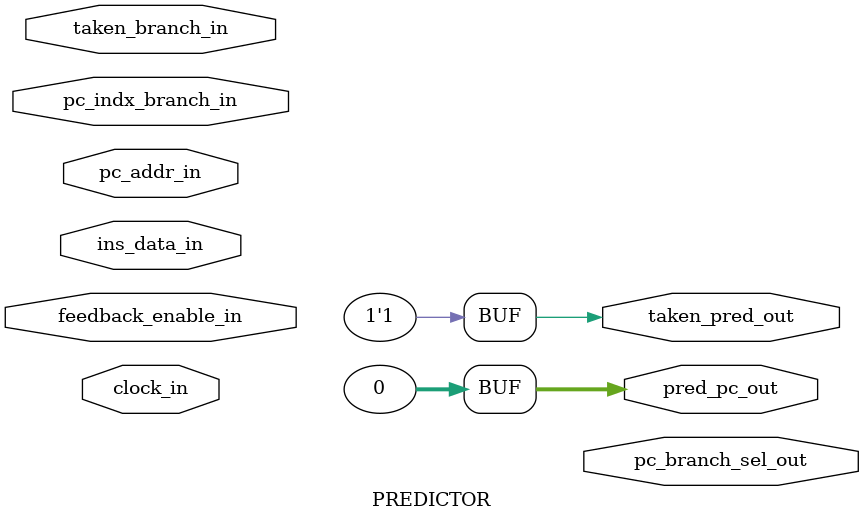
<source format=v>


module PREDICTOR (
  input clock_in,
  input feedback_enable_in,
  input [9:0] pc_indx_branch_in,  // Update data for branch
  input [31:0] ins_data_in,       // INS data input
  input [31:0] pc_addr_in,        // PC address input
  input [31:0] taken_branch_in,   // Taken branch feedback

  output taken_pred_out,
  output pc_branch_sel_out,
  output [31:0] pred_pc_out
);

// Parameter definition
parameter BRANCH = 5'b11000;

// Wire definition
wire pc_branch_sel_wire;

// Combinational logic
always @ ( * ) begin
  if(ins_data_in[6:2] == BRANCH) begin
    // Predict if the branch should be taken or not taken
    pc_branch_sel_wire = 1'b1;
  end else begin
    // Branch should not be taken => MUX_SEL unset
    // PC_PRED output same as PC
    pc_branch_sel_wire = 1'b0;
  end
end


always @ ( posedge clock_in ) begin
  // Updates branch history according to feedback
end



assign taken_pred_out = 1'b1;
assign pred_pc_out = 32'h00000000;


endmodule

</source>
